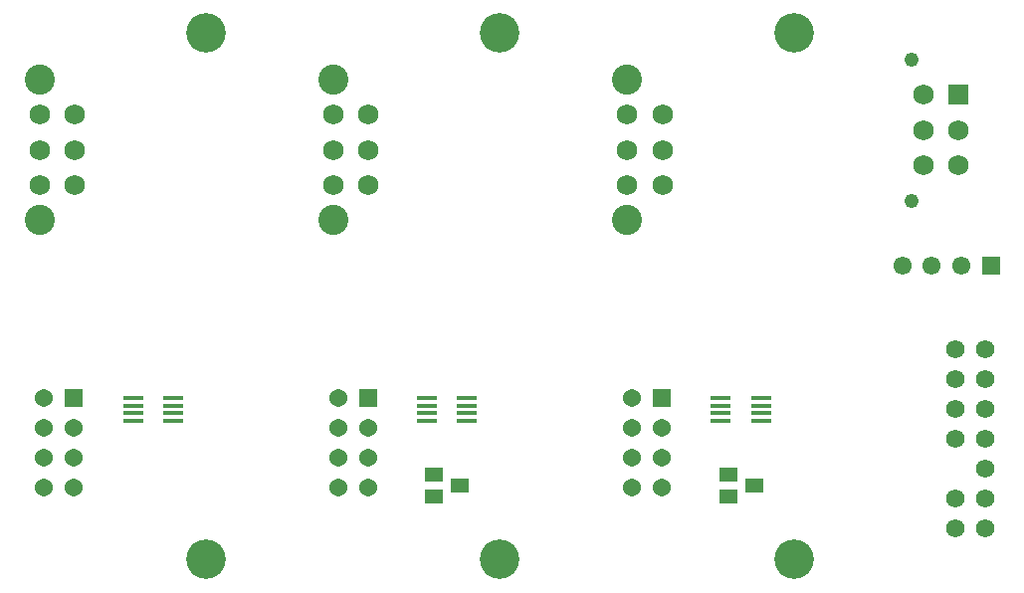
<source format=gts>
G75*
G70*
%OFA0B0*%
%FSLAX24Y24*%
%IPPOS*%
%LPD*%
%AMOC8*
5,1,8,0,0,1.08239X$1,22.5*
%
%ADD10C,0.1320*%
%ADD11C,0.0682*%
%ADD12C,0.1009*%
%ADD13C,0.0482*%
%ADD14R,0.0682X0.0682*%
%ADD15R,0.0605X0.0605*%
%ADD16C,0.0605*%
%ADD17R,0.0690X0.0178*%
%ADD18R,0.0611X0.0611*%
%ADD19C,0.0611*%
%ADD20R,0.0631X0.0474*%
%ADD21C,0.0620*%
D10*
X009009Y002762D03*
X018852Y002762D03*
X028694Y002762D03*
X028694Y020380D03*
X018852Y020380D03*
X009009Y020380D03*
D11*
X013269Y017655D03*
X014450Y017655D03*
X014450Y016474D03*
X013269Y016474D03*
X013269Y015293D03*
X014450Y015293D03*
X023112Y015293D03*
X024293Y015293D03*
X024293Y016474D03*
X023112Y016474D03*
X023112Y017655D03*
X024293Y017655D03*
X033025Y017132D03*
X034206Y017132D03*
X033025Y018313D03*
X033025Y015951D03*
X034206Y015951D03*
X004608Y016474D03*
X003427Y016474D03*
X003427Y017655D03*
X004608Y017655D03*
X004608Y015293D03*
X003427Y015293D03*
D12*
X003427Y014112D03*
X003427Y018837D03*
X013269Y018837D03*
X013269Y014112D03*
X023112Y014112D03*
X023112Y018837D03*
D13*
X032655Y019494D03*
X032655Y014770D03*
D14*
X034206Y018313D03*
D15*
X024273Y008151D03*
X014431Y008151D03*
X004588Y008151D03*
D16*
X003588Y005151D03*
X004588Y005151D03*
X004588Y006151D03*
X003588Y006151D03*
X003588Y007151D03*
X004588Y007151D03*
X003588Y008151D03*
X013431Y008151D03*
X013431Y007151D03*
X014431Y007151D03*
X014431Y006151D03*
X013431Y006151D03*
X013431Y005151D03*
X014431Y005151D03*
X023273Y005151D03*
X024273Y005151D03*
X024273Y006151D03*
X023273Y006151D03*
X023273Y007151D03*
X024273Y007151D03*
X023273Y008151D03*
D17*
X026254Y008165D03*
X026254Y007909D03*
X026254Y007653D03*
X026254Y007398D03*
X027592Y007398D03*
X027592Y007653D03*
X027592Y007909D03*
X027592Y008165D03*
X017750Y008165D03*
X017750Y007909D03*
X017750Y007653D03*
X017750Y007398D03*
X016411Y007398D03*
X016411Y007653D03*
X016411Y007909D03*
X016411Y008165D03*
X007907Y008165D03*
X007907Y007909D03*
X007907Y007653D03*
X007907Y007398D03*
X006569Y007398D03*
X006569Y007653D03*
X006569Y007909D03*
X006569Y008165D03*
D18*
X035289Y012604D03*
D19*
X034305Y012604D03*
X033320Y012604D03*
X032336Y012604D03*
D20*
X026490Y005596D03*
X027356Y005222D03*
X026490Y004848D03*
X017513Y005222D03*
X016647Y004848D03*
X016647Y005596D03*
D21*
X034100Y004797D03*
X035100Y004797D03*
X035100Y005797D03*
X035100Y006797D03*
X034100Y006797D03*
X034100Y007797D03*
X035100Y007797D03*
X035100Y008797D03*
X034100Y008797D03*
X034100Y009797D03*
X035100Y009797D03*
X035100Y003797D03*
X034100Y003797D03*
M02*

</source>
